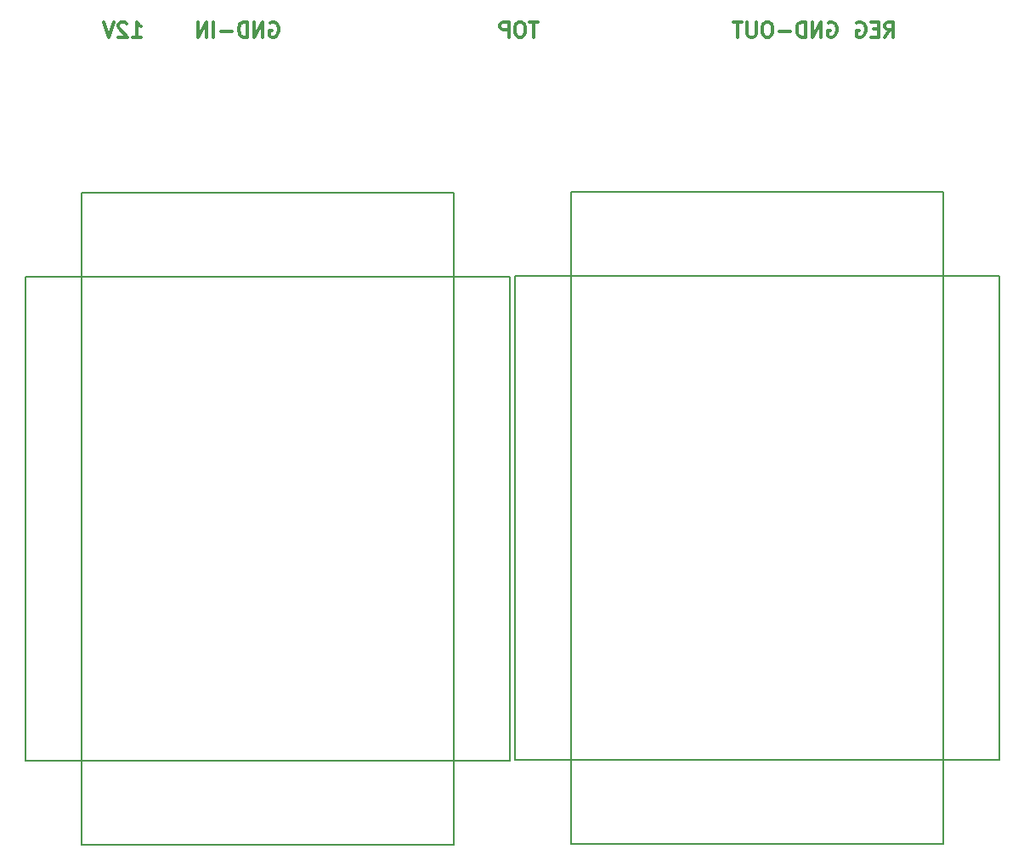
<source format=gbo>
G04 #@! TF.FileFunction,Legend,Bot*
%FSLAX46Y46*%
G04 Gerber Fmt 4.6, Leading zero omitted, Abs format (unit mm)*
G04 Created by KiCad (PCBNEW 4.0.7) date 03/25/20 15:59:30*
%MOMM*%
%LPD*%
G01*
G04 APERTURE LIST*
%ADD10C,0.100000*%
%ADD11C,0.300000*%
%ADD12C,0.150000*%
G04 APERTURE END LIST*
D10*
D11*
X139886286Y-57598571D02*
X139029143Y-57598571D01*
X139457714Y-59098571D02*
X139457714Y-57598571D01*
X138243429Y-57598571D02*
X137957715Y-57598571D01*
X137814857Y-57670000D01*
X137672000Y-57812857D01*
X137600572Y-58098571D01*
X137600572Y-58598571D01*
X137672000Y-58884286D01*
X137814857Y-59027143D01*
X137957715Y-59098571D01*
X138243429Y-59098571D01*
X138386286Y-59027143D01*
X138529143Y-58884286D01*
X138600572Y-58598571D01*
X138600572Y-58098571D01*
X138529143Y-57812857D01*
X138386286Y-57670000D01*
X138243429Y-57598571D01*
X136957714Y-59098571D02*
X136957714Y-57598571D01*
X136386286Y-57598571D01*
X136243428Y-57670000D01*
X136172000Y-57741429D01*
X136100571Y-57884286D01*
X136100571Y-58098571D01*
X136172000Y-58241429D01*
X136243428Y-58312857D01*
X136386286Y-58384286D01*
X136957714Y-58384286D01*
X174446285Y-59098571D02*
X174946285Y-58384286D01*
X175303428Y-59098571D02*
X175303428Y-57598571D01*
X174732000Y-57598571D01*
X174589142Y-57670000D01*
X174517714Y-57741429D01*
X174446285Y-57884286D01*
X174446285Y-58098571D01*
X174517714Y-58241429D01*
X174589142Y-58312857D01*
X174732000Y-58384286D01*
X175303428Y-58384286D01*
X173803428Y-58312857D02*
X173303428Y-58312857D01*
X173089142Y-59098571D02*
X173803428Y-59098571D01*
X173803428Y-57598571D01*
X173089142Y-57598571D01*
X171660571Y-57670000D02*
X171803428Y-57598571D01*
X172017714Y-57598571D01*
X172231999Y-57670000D01*
X172374857Y-57812857D01*
X172446285Y-57955714D01*
X172517714Y-58241429D01*
X172517714Y-58455714D01*
X172446285Y-58741429D01*
X172374857Y-58884286D01*
X172231999Y-59027143D01*
X172017714Y-59098571D01*
X171874857Y-59098571D01*
X171660571Y-59027143D01*
X171589142Y-58955714D01*
X171589142Y-58455714D01*
X171874857Y-58455714D01*
X168806286Y-57670000D02*
X168949143Y-57598571D01*
X169163429Y-57598571D01*
X169377714Y-57670000D01*
X169520572Y-57812857D01*
X169592000Y-57955714D01*
X169663429Y-58241429D01*
X169663429Y-58455714D01*
X169592000Y-58741429D01*
X169520572Y-58884286D01*
X169377714Y-59027143D01*
X169163429Y-59098571D01*
X169020572Y-59098571D01*
X168806286Y-59027143D01*
X168734857Y-58955714D01*
X168734857Y-58455714D01*
X169020572Y-58455714D01*
X168092000Y-59098571D02*
X168092000Y-57598571D01*
X167234857Y-59098571D01*
X167234857Y-57598571D01*
X166520571Y-59098571D02*
X166520571Y-57598571D01*
X166163428Y-57598571D01*
X165949143Y-57670000D01*
X165806285Y-57812857D01*
X165734857Y-57955714D01*
X165663428Y-58241429D01*
X165663428Y-58455714D01*
X165734857Y-58741429D01*
X165806285Y-58884286D01*
X165949143Y-59027143D01*
X166163428Y-59098571D01*
X166520571Y-59098571D01*
X165020571Y-58527143D02*
X163877714Y-58527143D01*
X162877714Y-57598571D02*
X162592000Y-57598571D01*
X162449142Y-57670000D01*
X162306285Y-57812857D01*
X162234857Y-58098571D01*
X162234857Y-58598571D01*
X162306285Y-58884286D01*
X162449142Y-59027143D01*
X162592000Y-59098571D01*
X162877714Y-59098571D01*
X163020571Y-59027143D01*
X163163428Y-58884286D01*
X163234857Y-58598571D01*
X163234857Y-58098571D01*
X163163428Y-57812857D01*
X163020571Y-57670000D01*
X162877714Y-57598571D01*
X161591999Y-57598571D02*
X161591999Y-58812857D01*
X161520571Y-58955714D01*
X161449142Y-59027143D01*
X161306285Y-59098571D01*
X161020571Y-59098571D01*
X160877713Y-59027143D01*
X160806285Y-58955714D01*
X160734856Y-58812857D01*
X160734856Y-57598571D01*
X160234856Y-57598571D02*
X159377713Y-57598571D01*
X159806284Y-59098571D02*
X159806284Y-57598571D01*
X113196286Y-57670000D02*
X113339143Y-57598571D01*
X113553429Y-57598571D01*
X113767714Y-57670000D01*
X113910572Y-57812857D01*
X113982000Y-57955714D01*
X114053429Y-58241429D01*
X114053429Y-58455714D01*
X113982000Y-58741429D01*
X113910572Y-58884286D01*
X113767714Y-59027143D01*
X113553429Y-59098571D01*
X113410572Y-59098571D01*
X113196286Y-59027143D01*
X113124857Y-58955714D01*
X113124857Y-58455714D01*
X113410572Y-58455714D01*
X112482000Y-59098571D02*
X112482000Y-57598571D01*
X111624857Y-59098571D01*
X111624857Y-57598571D01*
X110910571Y-59098571D02*
X110910571Y-57598571D01*
X110553428Y-57598571D01*
X110339143Y-57670000D01*
X110196285Y-57812857D01*
X110124857Y-57955714D01*
X110053428Y-58241429D01*
X110053428Y-58455714D01*
X110124857Y-58741429D01*
X110196285Y-58884286D01*
X110339143Y-59027143D01*
X110553428Y-59098571D01*
X110910571Y-59098571D01*
X109410571Y-58527143D02*
X108267714Y-58527143D01*
X107553428Y-59098571D02*
X107553428Y-57598571D01*
X106839142Y-59098571D02*
X106839142Y-57598571D01*
X105981999Y-59098571D01*
X105981999Y-57598571D01*
X99480571Y-59098571D02*
X100337714Y-59098571D01*
X99909142Y-59098571D02*
X99909142Y-57598571D01*
X100051999Y-57812857D01*
X100194857Y-57955714D01*
X100337714Y-58027143D01*
X98909143Y-57741429D02*
X98837714Y-57670000D01*
X98694857Y-57598571D01*
X98337714Y-57598571D01*
X98194857Y-57670000D01*
X98123428Y-57741429D01*
X98052000Y-57884286D01*
X98052000Y-58027143D01*
X98123428Y-58241429D01*
X98980571Y-59098571D01*
X98052000Y-59098571D01*
X97623429Y-57598571D02*
X97123429Y-59098571D01*
X96623429Y-57598571D01*
D12*
X137591800Y-107086400D02*
X137591800Y-131216400D01*
X137591800Y-131216400D02*
X185851800Y-131216400D01*
X185851800Y-131216400D02*
X185851800Y-82956400D01*
X185851800Y-82956400D02*
X137591800Y-82956400D01*
X137591800Y-82956400D02*
X137591800Y-107086400D01*
X143179800Y-134518400D02*
X143179800Y-139598400D01*
X180263800Y-74574400D02*
X180263800Y-139598400D01*
X161721800Y-74574400D02*
X180263800Y-74574400D01*
X143179800Y-134518400D02*
X143179800Y-74574400D01*
X143179800Y-74574400D02*
X161721800Y-74574400D01*
X161721800Y-139598400D02*
X143179800Y-139598400D01*
X161721800Y-139598400D02*
X180263800Y-139598400D01*
X88785700Y-107124500D02*
X88785700Y-131254500D01*
X88785700Y-131254500D02*
X137045700Y-131254500D01*
X137045700Y-131254500D02*
X137045700Y-82994500D01*
X137045700Y-82994500D02*
X88785700Y-82994500D01*
X88785700Y-82994500D02*
X88785700Y-107124500D01*
X94373700Y-134556500D02*
X94373700Y-139636500D01*
X131457700Y-74612500D02*
X131457700Y-139636500D01*
X112915700Y-74612500D02*
X131457700Y-74612500D01*
X94373700Y-134556500D02*
X94373700Y-74612500D01*
X94373700Y-74612500D02*
X112915700Y-74612500D01*
X112915700Y-139636500D02*
X94373700Y-139636500D01*
X112915700Y-139636500D02*
X131457700Y-139636500D01*
M02*

</source>
